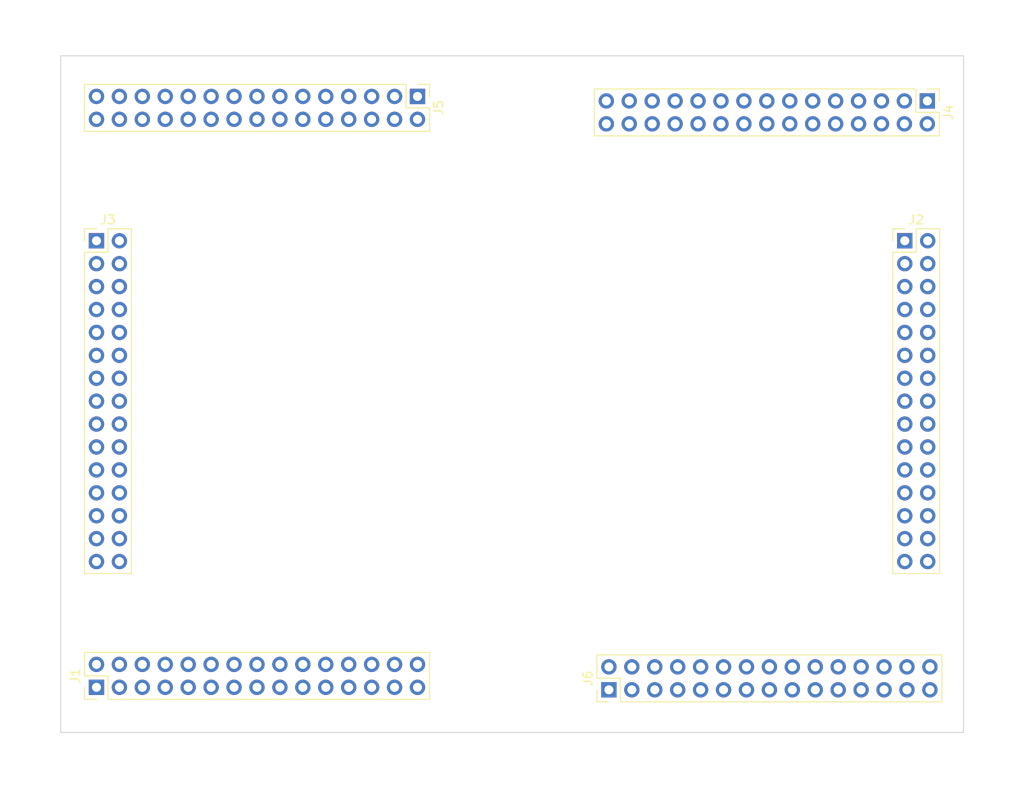
<source format=kicad_pcb>
(kicad_pcb (version 20211014) (generator pcbnew)
  (layers (0 "F.Cu" signal) (31 "B.Cu" signal) (34 "B.Paste" user) (35 "F.Paste" user) (36 "B.SilkS" user "B.Silkscreen") (37 "F.SilkS" user "F.Silkscreen") (38 "B.Mask" user) (39 "F.Mask" user) (44 "Edge.Cuts" user))
  (net 0 "")
  (footprint "Connector_PinHeader_2.54mm:PinHeader_2x15_P2.54mm_Vertical" (layer "F.Cu") (at 103.46 130.5 90)
    (fp_text reference "J1" (at 1.27 -2.33 90) (layer "F.SilkS"))
    (fp_text value "Conn_02x15_Counter_Clockwise")
    (fp_line (start -1.33 36.89) (end 3.87 36.89) (layer "F.SilkS") (width 0.12))
    (fp_line (start -1.33 1.27) (end 1.27 1.27) (layer "F.SilkS") (width 0.12))
    (fp_line (start 1.27 -1.33) (end 3.87 -1.33) (layer "F.SilkS") (width 0.12))
    (fp_line (start -1.33 1.27) (end -1.33 36.89) (layer "F.SilkS") (width 0.12))
    (fp_line (start -1.33 0) (end -1.33 -1.33) (layer "F.SilkS") (width 0.12))
    (fp_line (start 3.87 -1.33) (end 3.87 36.89) (layer "F.SilkS") (width 0.12))
    (fp_line (start -1.33 -1.33) (end 0 -1.33) (layer "F.SilkS") (width 0.12))
    (fp_line (start 1.27 1.27) (end 1.27 -1.33) (layer "F.SilkS") (width 0.12))
    (pad "1" thru_hole rect (at 0 0 90) (size 1.7 1.7) (drill 1) (layers *.Cu *.Mask))
    (pad "2" thru_hole oval (at 2.54 0 90) (size 1.7 1.7) (drill 1) (layers *.Cu *.Mask))
    (pad "3" thru_hole oval (at 0 2.54 90) (size 1.7 1.7) (drill 1) (layers *.Cu *.Mask))
    (pad "4" thru_hole oval (at 2.54 2.54 90) (size 1.7 1.7) (drill 1) (layers *.Cu *.Mask))
    (pad "5" thru_hole oval (at 0 5.08 90) (size 1.7 1.7) (drill 1) (layers *.Cu *.Mask))
    (pad "6" thru_hole oval (at 2.54 5.08 90) (size 1.7 1.7) (drill 1) (layers *.Cu *.Mask))
    (pad "7" thru_hole oval (at 0 7.62 90) (size 1.7 1.7) (drill 1) (layers *.Cu *.Mask))
    (pad "8" thru_hole oval (at 2.54 7.62 90) (size 1.7 1.7) (drill 1) (layers *.Cu *.Mask))
    (pad "9" thru_hole oval (at 0 10.16 90) (size 1.7 1.7) (drill 1) (layers *.Cu *.Mask))
    (pad "10" thru_hole oval (at 2.54 10.16 90) (size 1.7 1.7) (drill 1) (layers *.Cu *.Mask))
    (pad "11" thru_hole oval (at 0 12.7 90) (size 1.7 1.7) (drill 1) (layers *.Cu *.Mask))
    (pad "12" thru_hole oval (at 2.54 12.7 90) (size 1.7 1.7) (drill 1) (layers *.Cu *.Mask))
    (pad "13" thru_hole oval (at 0 15.24 90) (size 1.7 1.7) (drill 1) (layers *.Cu *.Mask))
    (pad "14" thru_hole oval (at 2.54 15.24 90) (size 1.7 1.7) (drill 1) (layers *.Cu *.Mask))
    (pad "15" thru_hole oval (at 0 17.78 90) (size 1.7 1.7) (drill 1) (layers *.Cu *.Mask))
    (pad "16" thru_hole oval (at 2.54 17.78 90) (size 1.7 1.7) (drill 1) (layers *.Cu *.Mask))
    (pad "17" thru_hole oval (at 0 20.32 90) (size 1.7 1.7) (drill 1) (layers *.Cu *.Mask))
    (pad "18" thru_hole oval (at 2.54 20.32 90) (size 1.7 1.7) (drill 1) (layers *.Cu *.Mask))
    (pad "19" thru_hole oval (at 0 22.86 90) (size 1.7 1.7) (drill 1) (layers *.Cu *.Mask))
    (pad "20" thru_hole oval (at 2.54 22.86 90) (size 1.7 1.7) (drill 1) (layers *.Cu *.Mask))
    (pad "21" thru_hole oval (at 0 25.4 90) (size 1.7 1.7) (drill 1) (layers *.Cu *.Mask))
    (pad "22" thru_hole oval (at 2.54 25.4 90) (size 1.7 1.7) (drill 1) (layers *.Cu *.Mask))
    (pad "23" thru_hole oval (at 0 27.94 90) (size 1.7 1.7) (drill 1) (layers *.Cu *.Mask))
    (pad "24" thru_hole oval (at 2.54 27.94 90) (size 1.7 1.7) (drill 1) (layers *.Cu *.Mask))
    (pad "25" thru_hole oval (at 0 30.48 90) (size 1.7 1.7) (drill 1) (layers *.Cu *.Mask))
    (pad "26" thru_hole oval (at 2.54 30.48 90) (size 1.7 1.7) (drill 1) (layers *.Cu *.Mask))
    (pad "27" thru_hole oval (at 0 33.02 90) (size 1.7 1.7) (drill 1) (layers *.Cu *.Mask))
    (pad "28" thru_hole oval (at 2.54 33.02 90) (size 1.7 1.7) (drill 1) (layers *.Cu *.Mask))
    (pad "29" thru_hole oval (at 0 35.56 90) (size 1.7 1.7) (drill 1) (layers *.Cu *.Mask))
    (pad "30" thru_hole oval (at 2.54 35.56 90) (size 1.7 1.7) (drill 1) (layers *.Cu *.Mask))
  )
  (footprint "Connector_PinHeader_2.54mm:PinHeader_2x15_P2.54mm_Vertical" (layer "F.Cu") (at 195.5 65.5 -90)
    (fp_text reference "J4" (at 1.27 -2.33 90) (layer "F.SilkS"))
    (fp_text value "Conn_02x15_Counter_Clockwise")
    (fp_line (start -1.33 -1.33) (end 0 -1.33) (layer "F.SilkS") (width 0.12))
    (fp_line (start -1.33 36.89) (end 3.87 36.89) (layer "F.SilkS") (width 0.12))
    (fp_line (start -1.33 1.27) (end 1.27 1.27) (layer "F.SilkS") (width 0.12))
    (fp_line (start -1.33 0) (end -1.33 -1.33) (layer "F.SilkS") (width 0.12))
    (fp_line (start -1.33 1.27) (end -1.33 36.89) (layer "F.SilkS") (width 0.12))
    (fp_line (start 1.27 -1.33) (end 3.87 -1.33) (layer "F.SilkS") (width 0.12))
    (fp_line (start 3.87 -1.33) (end 3.87 36.89) (layer "F.SilkS") (width 0.12))
    (fp_line (start 1.27 1.27) (end 1.27 -1.33) (layer "F.SilkS") (width 0.12))
    (pad "1" thru_hole rect (at 0 0 270) (size 1.7 1.7) (drill 1) (layers *.Cu *.Mask))
    (pad "2" thru_hole oval (at 2.54 0 270) (size 1.7 1.7) (drill 1) (layers *.Cu *.Mask))
    (pad "3" thru_hole oval (at 0 2.54 270) (size 1.7 1.7) (drill 1) (layers *.Cu *.Mask))
    (pad "4" thru_hole oval (at 2.54 2.54 270) (size 1.7 1.7) (drill 1) (layers *.Cu *.Mask))
    (pad "5" thru_hole oval (at 0 5.08 270) (size 1.7 1.7) (drill 1) (layers *.Cu *.Mask))
    (pad "6" thru_hole oval (at 2.54 5.08 270) (size 1.7 1.7) (drill 1) (layers *.Cu *.Mask))
    (pad "7" thru_hole oval (at 0 7.62 270) (size 1.7 1.7) (drill 1) (layers *.Cu *.Mask))
    (pad "8" thru_hole oval (at 2.54 7.62 270) (size 1.7 1.7) (drill 1) (layers *.Cu *.Mask))
    (pad "9" thru_hole oval (at 0 10.16 270) (size 1.7 1.7) (drill 1) (layers *.Cu *.Mask))
    (pad "10" thru_hole oval (at 2.54 10.16 270) (size 1.7 1.7) (drill 1) (layers *.Cu *.Mask))
    (pad "11" thru_hole oval (at 0 12.7 270) (size 1.7 1.7) (drill 1) (layers *.Cu *.Mask))
    (pad "12" thru_hole oval (at 2.54 12.7 270) (size 1.7 1.7) (drill 1) (layers *.Cu *.Mask))
    (pad "13" thru_hole oval (at 0 15.24 270) (size 1.7 1.7) (drill 1) (layers *.Cu *.Mask))
    (pad "14" thru_hole oval (at 2.54 15.24 270) (size 1.7 1.7) (drill 1) (layers *.Cu *.Mask))
    (pad "15" thru_hole oval (at 0 17.78 270) (size 1.7 1.7) (drill 1) (layers *.Cu *.Mask))
    (pad "16" thru_hole oval (at 2.54 17.78 270) (size 1.7 1.7) (drill 1) (layers *.Cu *.Mask))
    (pad "17" thru_hole oval (at 0 20.32 270) (size 1.7 1.7) (drill 1) (layers *.Cu *.Mask))
    (pad "18" thru_hole oval (at 2.54 20.32 270) (size 1.7 1.7) (drill 1) (layers *.Cu *.Mask))
    (pad "19" thru_hole oval (at 0 22.86 270) (size 1.7 1.7) (drill 1) (layers *.Cu *.Mask))
    (pad "20" thru_hole oval (at 2.54 22.86 270) (size 1.7 1.7) (drill 1) (layers *.Cu *.Mask))
    (pad "21" thru_hole oval (at 0 25.4 270) (size 1.7 1.7) (drill 1) (layers *.Cu *.Mask))
    (pad "22" thru_hole oval (at 2.54 25.4 270) (size 1.7 1.7) (drill 1) (layers *.Cu *.Mask))
    (pad "23" thru_hole oval (at 0 27.94 270) (size 1.7 1.7) (drill 1) (layers *.Cu *.Mask))
    (pad "24" thru_hole oval (at 2.54 27.94 270) (size 1.7 1.7) (drill 1) (layers *.Cu *.Mask))
    (pad "25" thru_hole oval (at 0 30.48 270) (size 1.7 1.7) (drill 1) (layers *.Cu *.Mask))
    (pad "26" thru_hole oval (at 2.54 30.48 270) (size 1.7 1.7) (drill 1) (layers *.Cu *.Mask))
    (pad "27" thru_hole oval (at 0 33.02 270) (size 1.7 1.7) (drill 1) (layers *.Cu *.Mask))
    (pad "28" thru_hole oval (at 2.54 33.02 270) (size 1.7 1.7) (drill 1) (layers *.Cu *.Mask))
    (pad "29" thru_hole oval (at 0 35.56 270) (size 1.7 1.7) (drill 1) (layers *.Cu *.Mask))
    (pad "30" thru_hole oval (at 2.54 35.56 270) (size 1.7 1.7) (drill 1) (layers *.Cu *.Mask))
  )
  (footprint "Connector_PinHeader_2.54mm:PinHeader_2x15_P2.54mm_Vertical" (layer "F.Cu") (at 193 81)
    (fp_text reference "J2" (at 1.27 -2.33) (layer "F.SilkS"))
    (fp_text value "Conn_02x15_Counter_Clockwise")
    (fp_line (start -1.33 36.89) (end 3.87 36.89) (layer "F.SilkS") (width 0.12))
    (fp_line (start -1.33 1.27) (end 1.27 1.27) (layer "F.SilkS") (width 0.12))
    (fp_line (start -1.33 1.27) (end -1.33 36.89) (layer "F.SilkS") (width 0.12))
    (fp_line (start 3.87 -1.33) (end 3.87 36.89) (layer "F.SilkS") (width 0.12))
    (fp_line (start 1.27 1.27) (end 1.27 -1.33) (layer "F.SilkS") (width 0.12))
    (fp_line (start 1.27 -1.33) (end 3.87 -1.33) (layer "F.SilkS") (width 0.12))
    (fp_line (start -1.33 -1.33) (end 0 -1.33) (layer "F.SilkS") (width 0.12))
    (fp_line (start -1.33 0) (end -1.33 -1.33) (layer "F.SilkS") (width 0.12))
    (pad "1" thru_hole rect (at 0 0) (size 1.7 1.7) (drill 1) (layers *.Cu *.Mask))
    (pad "2" thru_hole oval (at 2.54 0) (size 1.7 1.7) (drill 1) (layers *.Cu *.Mask))
    (pad "3" thru_hole oval (at 0 2.54) (size 1.7 1.7) (drill 1) (layers *.Cu *.Mask))
    (pad "4" thru_hole oval (at 2.54 2.54) (size 1.7 1.7) (drill 1) (layers *.Cu *.Mask))
    (pad "5" thru_hole oval (at 0 5.08) (size 1.7 1.7) (drill 1) (layers *.Cu *.Mask))
    (pad "6" thru_hole oval (at 2.54 5.08) (size 1.7 1.7) (drill 1) (layers *.Cu *.Mask))
    (pad "7" thru_hole oval (at 0 7.62) (size 1.7 1.7) (drill 1) (layers *.Cu *.Mask))
    (pad "8" thru_hole oval (at 2.54 7.62) (size 1.7 1.7) (drill 1) (layers *.Cu *.Mask))
    (pad "9" thru_hole oval (at 0 10.16) (size 1.7 1.7) (drill 1) (layers *.Cu *.Mask))
    (pad "10" thru_hole oval (at 2.54 10.16) (size 1.7 1.7) (drill 1) (layers *.Cu *.Mask))
    (pad "11" thru_hole oval (at 0 12.7) (size 1.7 1.7) (drill 1) (layers *.Cu *.Mask))
    (pad "12" thru_hole oval (at 2.54 12.7) (size 1.7 1.7) (drill 1) (layers *.Cu *.Mask))
    (pad "13" thru_hole oval (at 0 15.24) (size 1.7 1.7) (drill 1) (layers *.Cu *.Mask))
    (pad "14" thru_hole oval (at 2.54 15.24) (size 1.7 1.7) (drill 1) (layers *.Cu *.Mask))
    (pad "15" thru_hole oval (at 0 17.78) (size 1.7 1.7) (drill 1) (layers *.Cu *.Mask))
    (pad "16" thru_hole oval (at 2.54 17.78) (size 1.7 1.7) (drill 1) (layers *.Cu *.Mask))
    (pad "17" thru_hole oval (at 0 20.32) (size 1.7 1.7) (drill 1) (layers *.Cu *.Mask))
    (pad "18" thru_hole oval (at 2.54 20.32) (size 1.7 1.7) (drill 1) (layers *.Cu *.Mask))
    (pad "19" thru_hole oval (at 0 22.86) (size 1.7 1.7) (drill 1) (layers *.Cu *.Mask))
    (pad "20" thru_hole oval (at 2.54 22.86) (size 1.7 1.7) (drill 1) (layers *.Cu *.Mask))
    (pad "21" thru_hole oval (at 0 25.4) (size 1.7 1.7) (drill 1) (layers *.Cu *.Mask))
    (pad "22" thru_hole oval (at 2.54 25.4) (size 1.7 1.7) (drill 1) (layers *.Cu *.Mask))
    (pad "23" thru_hole oval (at 0 27.94) (size 1.7 1.7) (drill 1) (layers *.Cu *.Mask))
    (pad "24" thru_hole oval (at 2.54 27.94) (size 1.7 1.7) (drill 1) (layers *.Cu *.Mask))
    (pad "25" thru_hole oval (at 0 30.48) (size 1.7 1.7) (drill 1) (layers *.Cu *.Mask))
    (pad "26" thru_hole oval (at 2.54 30.48) (size 1.7 1.7) (drill 1) (layers *.Cu *.Mask))
    (pad "27" thru_hole oval (at 0 33.02) (size 1.7 1.7) (drill 1) (layers *.Cu *.Mask))
    (pad "28" thru_hole oval (at 2.54 33.02) (size 1.7 1.7) (drill 1) (layers *.Cu *.Mask))
    (pad "29" thru_hole oval (at 0 35.56) (size 1.7 1.7) (drill 1) (layers *.Cu *.Mask))
    (pad "30" thru_hole oval (at 2.54 35.56) (size 1.7 1.7) (drill 1) (layers *.Cu *.Mask))
  )
  (footprint "Connector_PinHeader_2.54mm:PinHeader_2x15_P2.54mm_Vertical" (layer "F.Cu") (at 139.02 65 -90)
    (fp_text reference "J5" (at 1.27 -2.33 90) (layer "F.SilkS"))
    (fp_text value "Conn_02x15_Counter_Clockwise")
    (fp_line (start -1.33 1.27) (end 1.27 1.27) (layer "F.SilkS") (width 0.12))
    (fp_line (start -1.33 0) (end -1.33 -1.33) (layer "F.SilkS") (width 0.12))
    (fp_line (start 1.27 1.27) (end 1.27 -1.33) (layer "F.SilkS") (width 0.12))
    (fp_line (start 1.27 -1.33) (end 3.87 -1.33) (layer "F.SilkS") (width 0.12))
    (fp_line (start -1.33 1.27) (end -1.33 36.89) (layer "F.SilkS") (width 0.12))
    (fp_line (start 3.87 -1.33) (end 3.87 36.89) (layer "F.SilkS") (width 0.12))
    (fp_line (start -1.33 36.89) (end 3.87 36.89) (layer "F.SilkS") (width 0.12))
    (fp_line (start -1.33 -1.33) (end 0 -1.33) (layer "F.SilkS") (width 0.12))
    (pad "1" thru_hole rect (at 0 0 270) (size 1.7 1.7) (drill 1) (layers *.Cu *.Mask))
    (pad "2" thru_hole oval (at 2.54 0 270) (size 1.7 1.7) (drill 1) (layers *.Cu *.Mask))
    (pad "3" thru_hole oval (at 0 2.54 270) (size 1.7 1.7) (drill 1) (layers *.Cu *.Mask))
    (pad "4" thru_hole oval (at 2.54 2.54 270) (size 1.7 1.7) (drill 1) (layers *.Cu *.Mask))
    (pad "5" thru_hole oval (at 0 5.08 270) (size 1.7 1.7) (drill 1) (layers *.Cu *.Mask))
    (pad "6" thru_hole oval (at 2.54 5.08 270) (size 1.7 1.7) (drill 1) (layers *.Cu *.Mask))
    (pad "7" thru_hole oval (at 0 7.62 270) (size 1.7 1.7) (drill 1) (layers *.Cu *.Mask))
    (pad "8" thru_hole oval (at 2.54 7.62 270) (size 1.7 1.7) (drill 1) (layers *.Cu *.Mask))
    (pad "9" thru_hole oval (at 0 10.16 270) (size 1.7 1.7) (drill 1) (layers *.Cu *.Mask))
    (pad "10" thru_hole oval (at 2.54 10.16 270) (size 1.7 1.7) (drill 1) (layers *.Cu *.Mask))
    (pad "11" thru_hole oval (at 0 12.7 270) (size 1.7 1.7) (drill 1) (layers *.Cu *.Mask))
    (pad "12" thru_hole oval (at 2.54 12.7 270) (size 1.7 1.7) (drill 1) (layers *.Cu *.Mask))
    (pad "13" thru_hole oval (at 0 15.24 270) (size 1.7 1.7) (drill 1) (layers *.Cu *.Mask))
    (pad "14" thru_hole oval (at 2.54 15.24 270) (size 1.7 1.7) (drill 1) (layers *.Cu *.Mask))
    (pad "15" thru_hole oval (at 0 17.78 270) (size 1.7 1.7) (drill 1) (layers *.Cu *.Mask))
    (pad "16" thru_hole oval (at 2.54 17.78 270) (size 1.7 1.7) (drill 1) (layers *.Cu *.Mask))
    (pad "17" thru_hole oval (at 0 20.32 270) (size 1.7 1.7) (drill 1) (layers *.Cu *.Mask))
    (pad "18" thru_hole oval (at 2.54 20.32 270) (size 1.7 1.7) (drill 1) (layers *.Cu *.Mask))
    (pad "19" thru_hole oval (at 0 22.86 270) (size 1.7 1.7) (drill 1) (layers *.Cu *.Mask))
    (pad "20" thru_hole oval (at 2.54 22.86 270) (size 1.7 1.7) (drill 1) (layers *.Cu *.Mask))
    (pad "21" thru_hole oval (at 0 25.4 270) (size 1.7 1.7) (drill 1) (layers *.Cu *.Mask))
    (pad "22" thru_hole oval (at 2.54 25.4 270) (size 1.7 1.7) (drill 1) (layers *.Cu *.Mask))
    (pad "23" thru_hole oval (at 0 27.94 270) (size 1.7 1.7) (drill 1) (layers *.Cu *.Mask))
    (pad "24" thru_hole oval (at 2.54 27.94 270) (size 1.7 1.7) (drill 1) (layers *.Cu *.Mask))
    (pad "25" thru_hole oval (at 0 30.48 270) (size 1.7 1.7) (drill 1) (layers *.Cu *.Mask))
    (pad "26" thru_hole oval (at 2.54 30.48 270) (size 1.7 1.7) (drill 1) (layers *.Cu *.Mask))
    (pad "27" thru_hole oval (at 0 33.02 270) (size 1.7 1.7) (drill 1) (layers *.Cu *.Mask))
    (pad "28" thru_hole oval (at 2.54 33.02 270) (size 1.7 1.7) (drill 1) (layers *.Cu *.Mask))
    (pad "29" thru_hole oval (at 0 35.56 270) (size 1.7 1.7) (drill 1) (layers *.Cu *.Mask))
    (pad "30" thru_hole oval (at 2.54 35.56 270) (size 1.7 1.7) (drill 1) (layers *.Cu *.Mask))
  )
  (footprint "Connector_PinHeader_2.54mm:PinHeader_2x15_P2.54mm_Vertical" (layer "F.Cu") (at 103.46 81)
    (fp_text reference "J3" (at 1.27 -2.33) (layer "F.SilkS"))
    (fp_text value "Conn_02x15_Counter_Clockwise")
    (fp_line (start -1.33 0) (end -1.33 -1.33) (layer "F.SilkS") (width 0.12))
    (fp_line (start -1.33 36.89) (end 3.87 36.89) (layer "F.SilkS") (width 0.12))
    (fp_line (start 3.87 -1.33) (end 3.87 36.89) (layer "F.SilkS") (width 0.12))
    (fp_line (start -1.33 1.27) (end -1.33 36.89) (layer "F.SilkS") (width 0.12))
    (fp_line (start -1.33 1.27) (end 1.27 1.27) (layer "F.SilkS") (width 0.12))
    (fp_line (start 1.27 1.27) (end 1.27 -1.33) (layer "F.SilkS") (width 0.12))
    (fp_line (start -1.33 -1.33) (end 0 -1.33) (layer "F.SilkS") (width 0.12))
    (fp_line (start 1.27 -1.33) (end 3.87 -1.33) (layer "F.SilkS") (width 0.12))
    (pad "1" thru_hole rect (at 0 0) (size 1.7 1.7) (drill 1) (layers *.Cu *.Mask))
    (pad "2" thru_hole oval (at 2.54 0) (size 1.7 1.7) (drill 1) (layers *.Cu *.Mask))
    (pad "3" thru_hole oval (at 0 2.54) (size 1.7 1.7) (drill 1) (layers *.Cu *.Mask))
    (pad "4" thru_hole oval (at 2.54 2.54) (size 1.7 1.7) (drill 1) (layers *.Cu *.Mask))
    (pad "5" thru_hole oval (at 0 5.08) (size 1.7 1.7) (drill 1) (layers *.Cu *.Mask))
    (pad "6" thru_hole oval (at 2.54 5.08) (size 1.7 1.7) (drill 1) (layers *.Cu *.Mask))
    (pad "7" thru_hole oval (at 0 7.62) (size 1.7 1.7) (drill 1) (layers *.Cu *.Mask))
    (pad "8" thru_hole oval (at 2.54 7.62) (size 1.7 1.7) (drill 1) (layers *.Cu *.Mask))
    (pad "9" thru_hole oval (at 0 10.16) (size 1.7 1.7) (drill 1) (layers *.Cu *.Mask))
    (pad "10" thru_hole oval (at 2.54 10.16) (size 1.7 1.7) (drill 1) (layers *.Cu *.Mask))
    (pad "11" thru_hole oval (at 0 12.7) (size 1.7 1.7) (drill 1) (layers *.Cu *.Mask))
    (pad "12" thru_hole oval (at 2.54 12.7) (size 1.7 1.7) (drill 1) (layers *.Cu *.Mask))
    (pad "13" thru_hole oval (at 0 15.24) (size 1.7 1.7) (drill 1) (layers *.Cu *.Mask))
    (pad "14" thru_hole oval (at 2.54 15.24) (size 1.7 1.7) (drill 1) (layers *.Cu *.Mask))
    (pad "15" thru_hole oval (at 0 17.78) (size 1.7 1.7) (drill 1) (layers *.Cu *.Mask))
    (pad "16" thru_hole oval (at 2.54 17.78) (size 1.7 1.7) (drill 1) (layers *.Cu *.Mask))
    (pad "17" thru_hole oval (at 0 20.32) (size 1.7 1.7) (drill 1) (layers *.Cu *.Mask))
    (pad "18" thru_hole oval (at 2.54 20.32) (size 1.7 1.7) (drill 1) (layers *.Cu *.Mask))
    (pad "19" thru_hole oval (at 0 22.86) (size 1.7 1.7) (drill 1) (layers *.Cu *.Mask))
    (pad "20" thru_hole oval (at 2.54 22.86) (size 1.7 1.7) (drill 1) (layers *.Cu *.Mask))
    (pad "21" thru_hole oval (at 0 25.4) (size 1.7 1.7) (drill 1) (layers *.Cu *.Mask))
    (pad "22" thru_hole oval (at 2.54 25.4) (size 1.7 1.7) (drill 1) (layers *.Cu *.Mask))
    (pad "23" thru_hole oval (at 0 27.94) (size 1.7 1.7) (drill 1) (layers *.Cu *.Mask))
    (pad "24" thru_hole oval (at 2.54 27.94) (size 1.7 1.7) (drill 1) (layers *.Cu *.Mask))
    (pad "25" thru_hole oval (at 0 30.48) (size 1.7 1.7) (drill 1) (layers *.Cu *.Mask))
    (pad "26" thru_hole oval (at 2.54 30.48) (size 1.7 1.7) (drill 1) (layers *.Cu *.Mask))
    (pad "27" thru_hole oval (at 0 33.02) (size 1.7 1.7) (drill 1) (layers *.Cu *.Mask))
    (pad "28" thru_hole oval (at 2.54 33.02) (size 1.7 1.7) (drill 1) (layers *.Cu *.Mask))
    (pad "29" thru_hole oval (at 0 35.56) (size 1.7 1.7) (drill 1) (layers *.Cu *.Mask))
    (pad "30" thru_hole oval (at 2.54 35.56) (size 1.7 1.7) (drill 1) (layers *.Cu *.Mask))
  )
  (footprint "Connector_PinHeader_2.54mm:PinHeader_2x15_P2.54mm_Vertical" (layer "F.Cu") (at 160.225 130.775 90)
    (fp_text reference "J6" (at 1.27 -2.33 90) (layer "F.SilkS"))
    (fp_text value "Conn_02x15_Counter_Clockwise")
    (fp_line (start 3.87 -1.33) (end 3.87 36.89) (layer "F.SilkS") (width 0.12))
    (fp_line (start -1.33 1.27) (end -1.33 36.89) (layer "F.SilkS") (width 0.12))
    (fp_line (start 1.27 1.27) (end 1.27 -1.33) (layer "F.SilkS") (width 0.12))
    (fp_line (start -1.33 36.89) (end 3.87 36.89) (layer "F.SilkS") (width 0.12))
    (fp_line (start -1.33 -1.33) (end 0 -1.33) (layer "F.SilkS") (width 0.12))
    (fp_line (start 1.27 -1.33) (end 3.87 -1.33) (layer "F.SilkS") (width 0.12))
    (fp_line (start -1.33 0) (end -1.33 -1.33) (layer "F.SilkS") (width 0.12))
    (fp_line (start -1.33 1.27) (end 1.27 1.27) (layer "F.SilkS") (width 0.12))
    (pad "1" thru_hole rect (at 0 0 90) (size 1.7 1.7) (drill 1) (layers *.Cu *.Mask))
    (pad "2" thru_hole oval (at 2.54 0 90) (size 1.7 1.7) (drill 1) (layers *.Cu *.Mask))
    (pad "3" thru_hole oval (at 0 2.54 90) (size 1.7 1.7) (drill 1) (layers *.Cu *.Mask))
    (pad "4" thru_hole oval (at 2.54 2.54 90) (size 1.7 1.7) (drill 1) (layers *.Cu *.Mask))
    (pad "5" thru_hole oval (at 0 5.08 90) (size 1.7 1.7) (drill 1) (layers *.Cu *.Mask))
    (pad "6" thru_hole oval (at 2.54 5.08 90) (size 1.7 1.7) (drill 1) (layers *.Cu *.Mask))
    (pad "7" thru_hole oval (at 0 7.62 90) (size 1.7 1.7) (drill 1) (layers *.Cu *.Mask))
    (pad "8" thru_hole oval (at 2.54 7.62 90) (size 1.7 1.7) (drill 1) (layers *.Cu *.Mask))
    (pad "9" thru_hole oval (at 0 10.16 90) (size 1.7 1.7) (drill 1) (layers *.Cu *.Mask))
    (pad "10" thru_hole oval (at 2.54 10.16 90) (size 1.7 1.7) (drill 1) (layers *.Cu *.Mask))
    (pad "11" thru_hole oval (at 0 12.7 90) (size 1.7 1.7) (drill 1) (layers *.Cu *.Mask))
    (pad "12" thru_hole oval (at 2.54 12.7 90) (size 1.7 1.7) (drill 1) (layers *.Cu *.Mask))
    (pad "13" thru_hole oval (at 0 15.24 90) (size 1.7 1.7) (drill 1) (layers *.Cu *.Mask))
    (pad "14" thru_hole oval (at 2.54 15.24 90) (size 1.7 1.7) (drill 1) (layers *.Cu *.Mask))
    (pad "15" thru_hole oval (at 0 17.78 90) (size 1.7 1.7) (drill 1) (layers *.Cu *.Mask))
    (pad "16" thru_hole oval (at 2.54 17.78 90) (size 1.7 1.7) (drill 1) (layers *.Cu *.Mask))
    (pad "17" thru_hole oval (at 0 20.32 90) (size 1.7 1.7) (drill 1) (layers *.Cu *.Mask))
    (pad "18" thru_hole oval (at 2.54 20.32 90) (size 1.7 1.7) (drill 1) (layers *.Cu *.Mask))
    (pad "19" thru_hole oval (at 0 22.86 90) (size 1.7 1.7) (drill 1) (layers *.Cu *.Mask))
    (pad "20" thru_hole oval (at 2.54 22.86 90) (size 1.7 1.7) (drill 1) (layers *.Cu *.Mask))
    (pad "21" thru_hole oval (at 0 25.4 90) (size 1.7 1.7) (drill 1) (layers *.Cu *.Mask))
    (pad "22" thru_hole oval (at 2.54 25.4 90) (size 1.7 1.7) (drill 1) (layers *.Cu *.Mask))
    (pad "23" thru_hole oval (at 0 27.94 90) (size 1.7 1.7) (drill 1) (layers *.Cu *.Mask))
    (pad "24" thru_hole oval (at 2.54 27.94 90) (size 1.7 1.7) (drill 1) (layers *.Cu *.Mask))
    (pad "25" thru_hole oval (at 0 30.48 90) (size 1.7 1.7) (drill 1) (layers *.Cu *.Mask))
    (pad "26" thru_hole oval (at 2.54 30.48 90) (size 1.7 1.7) (drill 1) (layers *.Cu *.Mask))
    (pad "27" thru_hole oval (at 0 33.02 90) (size 1.7 1.7) (drill 1) (layers *.Cu *.Mask))
    (pad "28" thru_hole oval (at 2.54 33.02 90) (size 1.7 1.7) (drill 1) (layers *.Cu *.Mask))
    (pad "29" thru_hole oval (at 0 35.56 90) (size 1.7 1.7) (drill 1) (layers *.Cu *.Mask))
    (pad "30" thru_hole oval (at 2.54 35.56 90) (size 1.7 1.7) (drill 1) (layers *.Cu *.Mask))
  )
  (gr_line (start 199.5 135.5) (end 99.5 135.5) (layer "Edge.Cuts") (width 0.1))
  (gr_line (start 99.5 135.5) (end 99.5 60.5) (layer "Edge.Cuts") (width 0.1))
  (gr_line (start 199.5 60.5) (end 199.5 135.5) (layer "Edge.Cuts") (width 0.1))
  (gr_line (start 99.5 60.5) (end 199.5 60.5) (layer "Edge.Cuts") (width 0.1))
)
</source>
